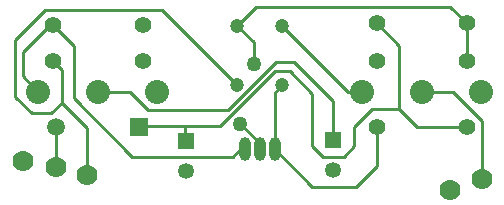
<source format=gtl>
G04*
G04 #@! TF.GenerationSoftware,Altium Limited,Altium Designer,18.0.11 (651)*
G04*
G04 Layer_Physical_Order=1*
G04 Layer_Color=204*
%FSLAX25Y25*%
%MOIN*%
G70*
G01*
G75*
%ADD12C,0.01000*%
%ADD28C,0.05512*%
%ADD29O,0.03937X0.07874*%
%ADD30O,0.03937X0.07874*%
%ADD31R,0.05906X0.05906*%
%ADD32C,0.05906*%
%ADD33C,0.05315*%
%ADD34R,0.05315X0.05315*%
%ADD35C,0.04724*%
%ADD36C,0.07000*%
%ADD37C,0.08000*%
%ADD38C,0.05000*%
D12*
X605500Y672500D02*
Y692000D01*
X474000Y674000D02*
Y689500D01*
X463500Y676500D02*
X463524Y676524D01*
X524000Y723685D02*
X529500Y718185D01*
Y711000D02*
Y718185D01*
X489000Y680000D02*
X522500D01*
X469500Y699500D02*
X489000Y680000D01*
X469500Y699500D02*
Y717000D01*
X465500Y698000D02*
Y709000D01*
X462500Y712000D02*
X465500Y709000D01*
X462000Y694500D02*
X465500Y698000D01*
X455500Y694500D02*
X462000D01*
X465500Y698000D02*
X474000Y689500D01*
X570500Y724500D02*
X578000Y717000D01*
Y696000D02*
Y717000D01*
X584000Y690000D02*
X600500D01*
X578000Y696000D02*
X584000Y690000D01*
X569000Y696000D02*
X578000D01*
X563000Y690000D02*
X569000Y696000D01*
X525000Y682500D02*
X526500D01*
X522500Y680000D02*
X525000Y682500D01*
X491661Y690185D02*
X518475D01*
X491476Y690000D02*
X491661Y690185D01*
X506815Y685528D02*
Y690000D01*
Y685528D02*
X507000Y685343D01*
X552500Y680000D02*
X559500D01*
X549000Y683500D02*
X552500Y680000D01*
X549000Y683500D02*
Y701000D01*
X541500Y708500D02*
X549000Y701000D01*
X563000Y683500D02*
Y690000D01*
X559500Y680000D02*
X563000Y683500D01*
X570500Y677000D02*
Y690000D01*
X563500Y670000D02*
X570500Y677000D01*
X549000Y670000D02*
X563500D01*
X536500Y682500D02*
X549000Y670000D01*
X556000Y685500D02*
Y698500D01*
X556000Y685500D02*
X556000Y685500D01*
X605185Y699476D02*
Y701476D01*
X596024D02*
X605500Y692000D01*
X585500Y701476D02*
X596024D01*
X463524Y676524D02*
Y690000D01*
X520962Y695500D02*
X536962Y711500D01*
X518475Y690185D02*
X536790Y708500D01*
X595000Y730000D02*
X600500Y724500D01*
X530315Y730000D02*
X595000D01*
X524000Y723685D02*
X530315Y730000D01*
X460000Y729000D02*
X499000D01*
X450000Y719000D02*
X460000Y729000D01*
X450000Y700000D02*
Y719000D01*
Y700000D02*
X455500Y694500D01*
X462500Y724000D02*
X469500Y717000D01*
X525000Y691000D02*
X531500Y684500D01*
Y682500D02*
Y684500D01*
X536790Y708500D02*
X541500D01*
X536962Y711500D02*
X543000D01*
X556000Y698500D01*
X494453Y695500D02*
X520962D01*
X499000Y729000D02*
X524000Y704000D01*
X488476Y701476D02*
X494453Y695500D01*
X536500Y684453D02*
Y701315D01*
X600500Y712000D02*
Y724500D01*
X539000Y723500D02*
X561024Y701476D01*
X565815D01*
X477500D02*
X488476D01*
X536500Y701315D02*
X539000Y703815D01*
X452500Y715000D02*
X461500Y724000D01*
X452500Y706791D02*
Y715000D01*
Y706791D02*
X457815Y701476D01*
X461500Y724000D02*
X462500D01*
D28*
D03*
X492500D02*
D03*
X600500Y690000D02*
D03*
X570500D02*
D03*
X600500Y712000D02*
D03*
X570500D02*
D03*
Y724500D02*
D03*
X600500D02*
D03*
X462500Y712000D02*
D03*
X492500D02*
D03*
D29*
X536500Y682500D02*
D03*
X531500D02*
D03*
D30*
X526500D02*
D03*
D31*
X491476Y690000D02*
D03*
D32*
X463524D02*
D03*
D33*
X556000Y675500D02*
D03*
X507000Y675343D02*
D03*
D34*
X556000Y685500D02*
D03*
X507000Y685343D02*
D03*
D35*
X524000Y723685D02*
D03*
Y704000D02*
D03*
X539000Y723500D02*
D03*
Y703815D02*
D03*
D36*
X605500Y672500D02*
D03*
X595000Y669000D02*
D03*
X474000Y674000D02*
D03*
X463500Y676500D02*
D03*
X452500Y678500D02*
D03*
D37*
X457815Y701476D02*
D03*
X497185D02*
D03*
X477500D02*
D03*
D03*
X565815D02*
D03*
X605185D02*
D03*
X585500D02*
D03*
D03*
D38*
X529500Y711000D02*
D03*
X525000Y691000D02*
D03*
M02*

</source>
